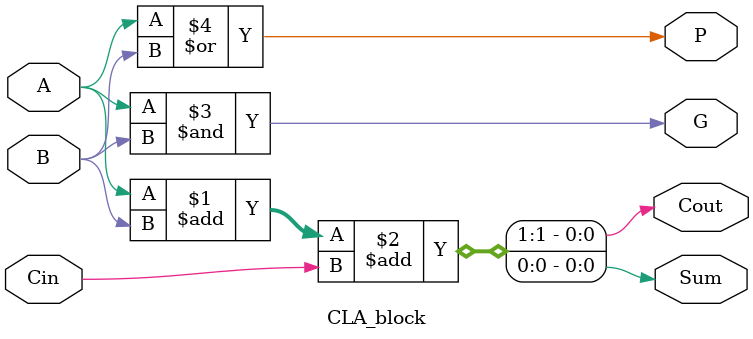
<source format=v>
module adder_32bit(A,B,S,C32);
     input [32:1] A;
     input [32:1] B;
     output [32:1] S;
     output C32;

     wire [31:1] G, P, C;
     
     genvar i;
     generate
        for(i=1; i<=32; i=i+1) begin: carry_lookahead
            CLA_block cla(.A(A[i]), .B(B[i]), .Cin(C[i-1]), .Sum(S[i]), .G(G[i]), .P(P[i]), .Cout(C[i]));
        end
     endgenerate

     assign C32 = C[32];

endmodule

module CLA_block(A,B,Cin,Sum,G,P,Cout);
     input A, B, Cin;
     output Sum, G, P, Cout;

     assign {Cout, Sum} = A + B + Cin;
     assign G = A & B;
     assign P = A | B;

endmodule
</source>
